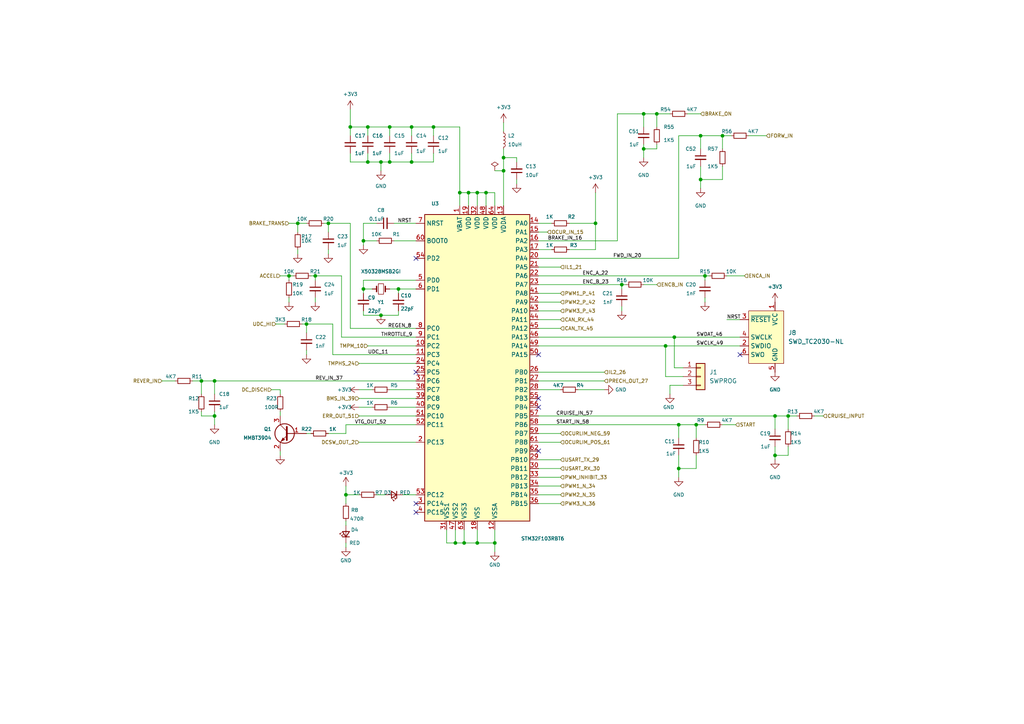
<source format=kicad_sch>
(kicad_sch (version 20250114) (generator "eeschema") (generator_version "9.0")
  (paper "A4")
  (lib_symbols
    (symbol "Connector:Conn_ARM_SWD_TagConnect_TC2030-NL" (in_bom no)
      (property "Reference" "J" (at 2.54 11.43 0))
      (property "Value" "Conn_ARM_SWD_TagConnect_TC2030-NL" (at 2.54 8.89 0))
      (symbol "Conn_ARM_SWD_TagConnect_TC2030-NL_0_0"
        (pin power_in line (at -2.54 10.16 270) (length 2.54) (name "VCC") (number "1"))
        (pin power_in line (at -2.54 -10.16 90) (length 2.54) (name "GND") (number "5"))
        (pin open_collector line (at 7.62 5.08 180) (length 2.54) (name "~{RESET}") (number "3"))
        (pin output line (at 7.62 0 180) (length 2.54) (name "SWCLK") (number "4"))
        (pin bidirectional line (at 7.62 -2.54 180) (length 2.54) (name "SWDIO") (number "2"))
        (pin input line (at 7.62 -5.08 180) (length 2.54) (name "SWO") (number "6"))
      )
      (symbol "Conn_ARM_SWD_TagConnect_TC2030-NL_0_1"
        (rectangle (start -5.08 7.62) (end 5.08 -7.62) (fill (type background)))
      )
    )
    (symbol "Connector_Generic:Conn_01x03" (pin_names (offset 1.016) (hide yes))
      (property "Reference" "J" (at 0 5.08 0))
      (property "Value" "Conn_01x03" (at 0 -5.08 0))
      (symbol "Conn_01x03_1_1"
        (rectangle (start -1.27 3.81) (end 1.27 -3.81) (stroke (width 0.254)) (fill (type background)))
        (rectangle (start -1.27 2.667) (end 0 2.413) (stroke (width 0.1524)))
        (rectangle (start -1.27 0.127) (end 0 -0.127) (stroke (width 0.1524)))
        (rectangle (start -1.27 -2.413) (end 0 -2.667) (stroke (width 0.1524)))
        (pin passive line (at -5.08 2.54 0) (length 3.81) (name "Pin_1") (number "1"))
        (pin passive line (at -5.08 0 0) (length 3.81) (name "Pin_2") (number "2"))
        (pin passive line (at -5.08 -2.54 0) (length 3.81) (name "Pin_3") (number "3"))
      )
    )
    (symbol "Device:C_Small" (pin_numbers (hide yes)) (pin_names (offset 0.254) (hide yes))
      (property "Reference" "C" (at 0.254 1.778 0))
      (property "Value" "C_Small" (at 0.254 -2.032 0))
      (symbol "C_Small_0_1"
        (polyline (pts (xy -1.524 0.508) (xy 1.524 0.508)) (stroke (width 0.3048)))
        (polyline (pts (xy -1.524 -0.508) (xy 1.524 -0.508)) (stroke (width 0.3302)))
      )
      (symbol "C_Small_1_1"
        (pin passive line (at 0 2.54 270) (length 2.032) (name "~") (number "1"))
        (pin passive line (at 0 -2.54 90) (length 2.032) (name "~") (number "2"))
      )
    )
    (symbol "Device:Crystal_Small" (pin_numbers (hide yes)) (pin_names (offset 1.016) (hide yes))
      (property "Reference" "Y" (at 0 2.54 0))
      (property "Value" "Crystal_Small" (at 0 -2.54 0))
      (symbol "Crystal_Small_0_1"
        (polyline (pts (xy -1.27 -0.762) (xy -1.27 0.762)) (stroke (width 0.381)))
        (rectangle (start -0.762 -1.524) (end 0.762 1.524))
        (polyline (pts (xy 1.27 -0.762) (xy 1.27 0.762)) (stroke (width 0.381)))
      )
      (symbol "Crystal_Small_1_1"
        (pin passive line (at -2.54 0 0) (length 1.27) (name "1") (number "1"))
        (pin passive line (at 2.54 0 180) (length 1.27) (name "2") (number "2"))
      )
    )
    (symbol "Device:LED_Small" (pin_numbers (hide yes)) (pin_names (offset 0.254) (hide yes))
      (property "Reference" "D" (at -1.27 3.175 0))
      (property "Value" "LED_Small" (at -4.445 -2.54 0))
      (symbol "LED_Small_0_1"
        (polyline (pts (xy -0.762 -1.016) (xy -0.762 1.016)) (stroke (width 0.254)))
        (polyline (pts (xy 0 0.762) (xy -0.508 1.27) (xy -0.254 1.27) (xy -0.508 1.27) (xy -0.508 1.016)))
        (polyline (pts (xy 0.508 1.27) (xy 0 1.778) (xy 0.254 1.778) (xy 0 1.778) (xy 0 1.524)))
        (polyline (pts (xy 0.762 -1.016) (xy -0.762 0) (xy 0.762 1.016) (xy 0.762 -1.016)) (stroke (width 0.254)))
        (polyline (pts (xy 1.016 0) (xy -0.762 0)))
      )
      (symbol "LED_Small_1_1"
        (pin passive line (at -2.54 0 0) (length 1.778) (name "K") (number "1"))
        (pin passive line (at 2.54 0 180) (length 1.778) (name "A") (number "2"))
      )
    )
    (symbol "Device:L_Small" (pin_numbers (hide yes)) (pin_names (offset 0.254) (hide yes))
      (property "Reference" "L" (at 0.762 1.016 0))
      (property "Value" "L_Small" (at 0.762 -1.016 0))
      (symbol "L_Small_0_1"
        (arc (start 0 2.032) (mid 0.5058 1.524) (end 0 1.016))
        (arc (start 0 1.016) (mid 0.5058 0.508) (end 0 0))
        (arc (start 0 0) (mid 0.5058 -0.508) (end 0 -1.016))
        (arc (start 0 -1.016) (mid 0.5058 -1.524) (end 0 -2.032))
      )
      (symbol "L_Small_1_1"
        (pin passive line (at 0 2.54 270) (length 0.508) (name "~") (number "1"))
        (pin passive line (at 0 -2.54 90) (length 0.508) (name "~") (number "2"))
      )
    )
    (symbol "Device:R_Small" (pin_numbers (hide yes)) (pin_names (offset 0.254) (hide yes))
      (property "Reference" "R" (at 0.762 0.508 0))
      (property "Value" "R_Small" (at 0.762 -1.016 0))
      (symbol "R_Small_0_1"
        (rectangle (start -0.762 1.778) (end 0.762 -1.778) (stroke (width 0.2032)))
      )
      (symbol "R_Small_1_1"
        (pin passive line (at 0 2.54 270) (length 0.762) (name "~") (number "1"))
        (pin passive line (at 0 -2.54 90) (length 0.762) (name "~") (number "2"))
      )
    )
    (symbol "MCU_ST_STM32F1:STM32F103RBTx"
      (property "Reference" "U3" (at -13.335 48.895 0))
      (property "Value" "STM32F103RBT6" (at 12.7 -48.26 0))
      (symbol "STM32F103RBTx_0_1"
        (rectangle (start -15.24 -43.18) (end 15.24 45.72) (stroke (width 0.254)) (fill (type background)))
      )
      (symbol "STM32F103RBTx_1_1"
        (pin input line (at -17.78 43.18 0) (length 2.54) (name "NRST") (number "7"))
        (pin input line (at -17.78 38.1 0) (length 2.54) (name "BOOT0") (number "60"))
        (pin bidirectional line (at -17.78 33.02 0) (length 2.54) (name "PD2") (number "54"))
        (pin bidirectional line (at -17.78 26.67 0) (length 2.54) (name "PD0") (number "5"))
        (pin bidirectional line (at -17.78 24.13 0) (length 2.54) (name "PD1") (number "6"))
        (pin bidirectional line (at -17.78 12.7 0) (length 2.54) (name "PC0") (number "8"))
        (pin bidirectional line (at -17.78 10.16 0) (length 2.54) (name "PC1") (number "9"))
        (pin bidirectional line (at -17.78 7.62 0) (length 2.54) (name "PC2") (number "10"))
        (pin bidirectional line (at -17.78 5.08 0) (length 2.54) (name "PC3") (number "11"))
        (pin bidirectional line (at -17.78 2.54 0) (length 2.54) (name "PC4") (number "24"))
        (pin bidirectional line (at -17.78 0 0) (length 2.54) (name "PC5") (number "25"))
        (pin bidirectional line (at -17.78 -2.54 0) (length 2.54) (name "PC6") (number "37"))
        (pin bidirectional line (at -17.78 -5.08 0) (length 2.54) (name "PC7") (number "38"))
        (pin bidirectional line (at -17.78 -7.62 0) (length 2.54) (name "PC8") (number "39"))
        (pin bidirectional line (at -17.78 -10.16 0) (length 2.54) (name "PC9") (number "40"))
        (pin bidirectional line (at -17.78 -12.7 0) (length 2.54) (name "PC10") (number "51"))
        (pin bidirectional line (at -17.78 -15.24 0) (length 2.54) (name "PC11") (number "52"))
        (pin bidirectional line (at -17.78 -20.32 0) (length 2.54) (name "PC13") (number "2"))
        (pin bidirectional line (at -17.78 -35.56 0) (length 2.54) (name "PC12") (number "53"))
        (pin bidirectional line (at -17.78 -38.1 0) (length 2.54) (name "PC14") (number "3"))
        (pin bidirectional line (at -17.78 -40.64 0) (length 2.54) (name "PC15") (number "4"))
        (pin passive line (at -8.89 -45.72 90) (length 2.54) (name "VSS1") (number "31"))
        (pin passive line (at -6.35 -45.72 90) (length 2.54) (name "VSS2") (number "47"))
        (pin power_in line (at -5.08 48.26 270) (length 2.54) (name "VBAT") (number "1"))
        (pin passive line (at -3.81 -45.72 90) (length 2.54) (name "VSS3") (number "63"))
        (pin power_in line (at -2.54 48.26 270) (length 2.54) (name "VDD") (number "19"))
        (pin power_in line (at 0 48.26 270) (length 2.54) (name "VDD") (number "32"))
        (pin passive line (at 0 -45.72 90) (length 2.54) (name "VSS") (number "18"))
        (pin passive line (at 0 -45.72 90) (length 2.54) (hide yes) (name "VSS") (number "31"))
        (pin passive line (at 0 -45.72 90) (length 2.54) (hide yes) (name "VSS") (number "47"))
        (pin passive line (at 0 -45.72 90) (length 2.54) (hide yes) (name "VSS") (number "63"))
        (pin power_in line (at 2.54 48.26 270) (length 2.54) (name "VDD") (number "48"))
        (pin power_in line (at 5.08 48.26 270) (length 2.54) (name "VDD") (number "64"))
        (pin passive line (at 5.08 -45.72 90) (length 2.54) (name "VSSA") (number "12"))
        (pin power_in line (at 7.62 48.26 270) (length 2.54) (name "VDDA") (number "13"))
        (pin bidirectional line (at 17.78 43.18 180) (length 2.54) (name "PA0") (number "14"))
        (pin bidirectional line (at 17.78 40.64 180) (length 2.54) (name "PA1") (number "15"))
        (pin bidirectional line (at 17.78 38.1 180) (length 2.54) (name "PA2") (number "16"))
        (pin bidirectional line (at 17.78 35.56 180) (length 2.54) (name "PA3") (number "17"))
        (pin bidirectional line (at 17.78 33.02 180) (length 2.54) (name "PA4") (number "20"))
        (pin bidirectional line (at 17.78 30.48 180) (length 2.54) (name "PA5") (number "21"))
        (pin bidirectional line (at 17.78 27.94 180) (length 2.54) (name "PA6") (number "22"))
        (pin bidirectional line (at 17.78 25.4 180) (length 2.54) (name "PA7") (number "23"))
        (pin bidirectional line (at 17.78 22.86 180) (length 2.54) (name "PA8") (number "41"))
        (pin bidirectional line (at 17.78 20.32 180) (length 2.54) (name "PA9") (number "42"))
        (pin bidirectional line (at 17.78 17.78 180) (length 2.54) (name "PA10") (number "43"))
        (pin bidirectional line (at 17.78 15.24 180) (length 2.54) (name "PA11") (number "44"))
        (pin bidirectional line (at 17.78 12.7 180) (length 2.54) (name "PA12") (number "45"))
        (pin bidirectional line (at 17.78 10.16 180) (length 2.54) (name "PA13") (number "46"))
        (pin bidirectional line (at 17.78 7.62 180) (length 2.54) (name "PA14") (number "49"))
        (pin bidirectional line (at 17.78 5.08 180) (length 2.54) (name "PA15") (number "50"))
        (pin bidirectional line (at 17.78 0 180) (length 2.54) (name "PB0") (number "26"))
        (pin bidirectional line (at 17.78 -2.54 180) (length 2.54) (name "PB1") (number "27"))
        (pin bidirectional line (at 17.78 -5.08 180) (length 2.54) (name "PB2") (number "28"))
        (pin bidirectional line (at 17.78 -7.62 180) (length 2.54) (name "PB3") (number "55"))
        (pin bidirectional line (at 17.78 -10.16 180) (length 2.54) (name "PB4") (number "56"))
        (pin bidirectional line (at 17.78 -12.7 180) (length 2.54) (name "PB5") (number "57"))
        (pin bidirectional line (at 17.78 -15.24 180) (length 2.54) (name "PB6") (number "58"))
        (pin bidirectional line (at 17.78 -17.78 180) (length 2.54) (name "PB7") (number "59"))
        (pin bidirectional line (at 17.78 -20.32 180) (length 2.54) (name "PB8") (number "61"))
        (pin bidirectional line (at 17.78 -22.86 180) (length 2.54) (name "PB9") (number "62"))
        (pin bidirectional line (at 17.78 -25.4 180) (length 2.54) (name "PB10") (number "29"))
        (pin bidirectional line (at 17.78 -27.94 180) (length 2.54) (name "PB11") (number "30"))
        (pin bidirectional line (at 17.78 -30.48 180) (length 2.54) (name "PB12") (number "33"))
        (pin bidirectional line (at 17.78 -33.02 180) (length 2.54) (name "PB13") (number "34"))
        (pin bidirectional line (at 17.78 -35.56 180) (length 2.54) (name "PB14") (number "35"))
        (pin bidirectional line (at 17.78 -38.1 180) (length 2.54) (name "PB15") (number "36"))
      )
    )
    (symbol "Transistor_BJT:MMBT3904" (pin_names (offset 0) (hide yes))
      (property "Reference" "Q" (at 5.08 1.905 0))
      (property "Value" "MMBT3904" (at 5.08 0 0))
      (symbol "MMBT3904_0_1"
        (polyline (pts (xy 0.635 1.905) (xy 0.635 -1.905) (xy 0.635 -1.905)) (stroke (width 0.508)))
        (polyline (pts (xy 0.635 0.635) (xy 2.54 2.54)))
        (polyline (pts (xy 0.635 -0.635) (xy 2.54 -2.54) (xy 2.54 -2.54)))
        (circle (center 1.27 0) (radius 2.8194) (stroke (width 0.254)))
        (polyline (pts (xy 1.27 -1.778) (xy 1.778 -1.27) (xy 2.286 -2.286) (xy 1.27 -1.778) (xy 1.27 -1.778)) (fill (type outline)))
      )
      (symbol "MMBT3904_1_1"
        (pin input line (at -5.08 0 0) (length 5.715) (name "B") (number "1"))
        (pin passive line (at 2.54 5.08 270) (length 2.54) (name "C") (number "3"))
        (pin passive line (at 2.54 -5.08 90) (length 2.54) (name "E") (number "2"))
      )
    )
    (symbol "power:+3V3" (power) (pin_names (offset 0))
      (property "Value" "+3V3" (at 0 3.556 0))
      (symbol "+3V3_0_1"
        (polyline (pts (xy -0.762 1.27) (xy 0 2.54)))
        (polyline (pts (xy 0 2.54) (xy 0.762 1.27)))
        (polyline (pts (xy 0 0) (xy 0 2.54)))
      )
      (symbol "+3V3_1_1"
        (pin power_in line (at 0 0 90) (length 0) (hide yes) (name "+3V3") (number "1"))
      )
    )
    (symbol "power:GND" (power) (pin_names (offset 0))
      (property "Value" "GND" (at 0 -3.81 0))
      (symbol "GND_0_1"
        (polyline (pts (xy 0 0) (xy 0 -1.27) (xy 1.27 -1.27) (xy 0 -2.54) (xy -1.27 -1.27) (xy 0 -1.27)))
      )
      (symbol "GND_1_1"
        (pin power_in line (at 0 0 270) (length 0) (hide yes) (name "GND") (number "1"))
      )
    )
    (symbol "power:PWR_FLAG" (power) (pin_numbers (hide yes)) (pin_names (offset 0) (hide yes))
      (property "Value" "PWR_FLAG" (at 0 3.81 0))
      (symbol "PWR_FLAG_0_0"
        (pin power_out line (at 0 0 90) (length 0) (name "~") (number "1"))
      )
      (symbol "PWR_FLAG_0_1"
        (polyline (pts (xy 0 0) (xy 0 1.27) (xy -1.016 1.905) (xy 0 2.54) (xy 1.016 1.905) (xy 0 1.27)))
      )
    )
  )
  (junction (at 110.49 91.44))
  (junction (at 58.42 110.49))
  (junction (at 209.55 39.37))
  (junction (at 172.72 64.77))
  (junction (at 83.82 80.01))
  (junction (at 134.62 157.48))
  (junction (at 106.68 46.99))
  (junction (at 88.9 93.98))
  (junction (at 133.35 55.88))
  (junction (at 113.03 46.99))
  (junction (at 105.41 83.82))
  (junction (at 125.73 36.83))
  (junction (at 186.69 33.02))
  (junction (at 119.38 46.99))
  (junction (at 138.43 157.48))
  (junction (at 100.33 143.51))
  (junction (at 146.05 45.72))
  (junction (at 62.23 110.49))
  (junction (at 115.57 83.82))
  (junction (at 106.68 36.83))
  (junction (at 146.05 49.53))
  (junction (at 224.79 120.65))
  (junction (at 224.79 132.08))
  (junction (at 195.58 97.79))
  (junction (at 143.51 157.48))
  (junction (at 203.2 52.07))
  (junction (at 201.93 123.19))
  (junction (at 113.03 36.83))
  (junction (at 105.41 69.85))
  (junction (at 132.08 157.48))
  (junction (at 196.85 135.89))
  (junction (at 193.04 100.33))
  (junction (at 138.43 55.88))
  (junction (at 204.47 80.01))
  (junction (at 119.38 36.83))
  (junction (at 135.89 55.88))
  (junction (at 196.85 123.19))
  (junction (at 91.44 80.01))
  (junction (at 101.6 36.83))
  (junction (at 62.23 120.65))
  (junction (at 186.69 43.18))
  (junction (at 86.36 64.77))
  (junction (at 95.25 64.77))
  (junction (at 203.2 39.37))
  (junction (at 110.49 46.99))
  (junction (at 180.34 82.55))
  (junction (at 228.6 120.65))
  (junction (at 190.5 33.02))
  (junction (at 140.97 55.88))
  (no_connect (at 214.63 102.87))
  (no_connect (at 120.65 74.93))
  (no_connect (at 120.65 107.95))
  (no_connect (at 156.21 118.11))
  (no_connect (at 156.21 130.81))
  (no_connect (at 156.21 115.57))
  (no_connect (at 120.65 148.59))
  (no_connect (at 120.65 146.05))
  (no_connect (at 156.21 102.87))
  (wire (pts (xy 156.21 128.27) (xy 162.56 128.27)))
  (wire (pts (xy 120.65 128.27) (xy 104.14 128.27)))
  (wire (pts (xy 222.25 39.37) (xy 217.17 39.37)))
  (wire (pts (xy 195.58 97.79) (xy 214.63 97.79)))
  (wire (pts (xy 196.85 135.89) (xy 196.85 138.43)))
  (wire (pts (xy 179.07 69.85) (xy 179.07 33.02)))
  (wire (pts (xy 156.21 72.39) (xy 160.02 72.39)))
  (wire (pts (xy 101.6 31.75) (xy 101.6 36.83)))
  (wire (pts (xy 138.43 157.48) (xy 143.51 157.48)))
  (wire (pts (xy 105.41 83.82) (xy 105.41 85.09)))
  (wire (pts (xy 135.89 55.88) (xy 135.89 59.69)))
  (wire (pts (xy 133.35 55.88) (xy 133.35 59.69)))
  (wire (pts (xy 120.65 120.65) (xy 104.14 120.65)))
  (wire (pts (xy 156.21 90.17) (xy 162.56 90.17)))
  (wire (pts (xy 215.9 80.01) (xy 210.82 80.01)))
  (wire (pts (xy 186.69 43.18) (xy 186.69 45.72)))
  (wire (pts (xy 135.89 55.88) (xy 138.43 55.88)))
  (wire (pts (xy 120.65 102.87) (xy 96.52 102.87)))
  (wire (pts (xy 156.21 69.85) (xy 179.07 69.85)))
  (wire (pts (xy 86.36 72.39) (xy 86.36 73.66)))
  (wire (pts (xy 105.41 69.85) (xy 109.22 69.85)))
  (wire (pts (xy 140.97 55.88) (xy 140.97 59.69)))
  (wire (pts (xy 58.42 110.49) (xy 58.42 114.3)))
  (wire (pts (xy 115.57 83.82) (xy 120.65 83.82)))
  (wire (pts (xy 172.72 64.77) (xy 172.72 55.88)))
  (wire (pts (xy 125.73 36.83) (xy 125.73 39.37)))
  (wire (pts (xy 99.06 97.79) (xy 120.65 97.79)))
  (wire (pts (xy 120.65 81.28) (xy 105.41 81.28)))
  (wire (pts (xy 106.68 36.83) (xy 113.03 36.83)))
  (wire (pts (xy 107.95 83.82) (xy 105.41 83.82)))
  (wire (pts (xy 156.21 82.55) (xy 180.34 82.55)))
  (wire (pts (xy 133.35 55.88) (xy 135.89 55.88)))
  (wire (pts (xy 146.05 49.53) (xy 146.05 59.69)))
  (wire (pts (xy 106.68 46.99) (xy 110.49 46.99)))
  (wire (pts (xy 143.51 59.69) (xy 143.51 55.88)))
  (wire (pts (xy 203.2 33.02) (xy 199.39 33.02)))
  (wire (pts (xy 198.12 109.22) (xy 193.04 109.22)))
  (wire (pts (xy 146.05 45.72) (xy 146.05 49.53)))
  (wire (pts (xy 88.9 101.6) (xy 88.9 102.87)))
  (wire (pts (xy 129.54 157.48) (xy 132.08 157.48)))
  (wire (pts (xy 101.6 44.45) (xy 101.6 46.99)))
  (wire (pts (xy 156.21 138.43) (xy 162.56 138.43)))
  (wire (pts (xy 201.93 123.19) (xy 196.85 123.19)))
  (wire (pts (xy 190.5 33.02) (xy 194.31 33.02)))
  (wire (pts (xy 90.17 80.01) (xy 91.44 80.01)))
  (wire (pts (xy 203.2 39.37) (xy 203.2 43.18)))
  (wire (pts (xy 212.09 39.37) (xy 209.55 39.37)))
  (wire (pts (xy 113.03 36.83) (xy 119.38 36.83)))
  (wire (pts (xy 156.21 100.33) (xy 193.04 100.33)))
  (wire (pts (xy 224.79 120.65) (xy 224.79 124.46)))
  (wire (pts (xy 140.97 55.88) (xy 143.51 55.88)))
  (wire (pts (xy 204.47 86.36) (xy 204.47 87.63)))
  (wire (pts (xy 209.55 39.37) (xy 203.2 39.37)))
  (wire (pts (xy 204.47 123.19) (xy 201.93 123.19)))
  (wire (pts (xy 146.05 43.18) (xy 146.05 45.72)))
  (wire (pts (xy 105.41 81.28) (xy 105.41 83.82)))
  (wire (pts (xy 95.25 64.77) (xy 101.6 64.77)))
  (wire (pts (xy 100.33 143.51) (xy 104.14 143.51)))
  (wire (pts (xy 146.05 35.56) (xy 146.05 38.1)))
  (wire (pts (xy 186.69 33.02) (xy 186.69 36.83)))
  (wire (pts (xy 115.57 83.82) (xy 115.57 85.09)))
  (wire (pts (xy 205.74 80.01) (xy 204.47 80.01)))
  (wire (pts (xy 143.51 49.53) (xy 146.05 49.53)))
  (wire (pts (xy 138.43 153.67) (xy 138.43 157.48)))
  (wire (pts (xy 190.5 41.91) (xy 190.5 43.18)))
  (wire (pts (xy 100.33 123.19) (xy 120.65 123.19)))
  (wire (pts (xy 58.42 119.38) (xy 58.42 120.65)))
  (wire (pts (xy 62.23 120.65) (xy 62.23 119.38)))
  (wire (pts (xy 228.6 129.54) (xy 228.6 132.08)))
  (wire (pts (xy 81.28 130.81) (xy 81.28 132.08)))
  (wire (pts (xy 120.65 100.33) (xy 106.68 100.33)))
  (wire (pts (xy 213.36 123.19) (xy 209.55 123.19)))
  (wire (pts (xy 180.34 82.55) (xy 180.34 83.82)))
  (wire (pts (xy 119.38 44.45) (xy 119.38 46.99)))
  (wire (pts (xy 120.65 115.57) (xy 104.14 115.57)))
  (wire (pts (xy 179.07 33.02) (xy 186.69 33.02)))
  (wire (pts (xy 156.21 64.77) (xy 160.02 64.77)))
  (wire (pts (xy 62.23 120.65) (xy 62.23 123.19)))
  (wire (pts (xy 105.41 69.85) (xy 105.41 71.12)))
  (wire (pts (xy 91.44 80.01) (xy 99.06 80.01)))
  (wire (pts (xy 156.21 95.25) (xy 162.56 95.25)))
  (wire (pts (xy 113.03 83.82) (xy 115.57 83.82)))
  (wire (pts (xy 115.57 91.44) (xy 110.49 91.44)))
  (wire (pts (xy 156.21 133.35) (xy 162.56 133.35)))
  (wire (pts (xy 101.6 95.25) (xy 101.6 64.77)))
  (wire (pts (xy 165.1 64.77) (xy 172.72 64.77)))
  (wire (pts (xy 228.6 120.65) (xy 224.79 120.65)))
  (wire (pts (xy 110.49 46.99) (xy 110.49 49.53)))
  (wire (pts (xy 190.5 43.18) (xy 186.69 43.18)))
  (wire (pts (xy 196.85 39.37) (xy 203.2 39.37)))
  (wire (pts (xy 167.64 113.03) (xy 175.26 113.03)))
  (wire (pts (xy 196.85 123.19) (xy 196.85 127)))
  (wire (pts (xy 81.28 113.03) (xy 78.74 113.03)))
  (wire (pts (xy 58.42 110.49) (xy 62.23 110.49)))
  (wire (pts (xy 105.41 64.77) (xy 109.22 64.77)))
  (wire (pts (xy 180.34 88.9) (xy 180.34 90.17)))
  (wire (pts (xy 201.93 135.89) (xy 196.85 135.89)))
  (wire (pts (xy 196.85 74.93) (xy 196.85 39.37)))
  (wire (pts (xy 96.52 102.87) (xy 96.52 93.98)))
  (wire (pts (xy 149.86 45.72) (xy 146.05 45.72)))
  (wire (pts (xy 100.33 158.75) (xy 100.33 157.48)))
  (wire (pts (xy 156.21 74.93) (xy 196.85 74.93)))
  (wire (pts (xy 86.36 64.77) (xy 86.36 67.31)))
  (wire (pts (xy 143.51 157.48) (xy 143.51 160.02)))
  (wire (pts (xy 156.21 97.79) (xy 195.58 97.79)))
  (wire (pts (xy 194.31 111.76) (xy 198.12 111.76)))
  (wire (pts (xy 193.04 100.33) (xy 214.63 100.33)))
  (wire (pts (xy 138.43 55.88) (xy 140.97 55.88)))
  (wire (pts (xy 149.86 46.99) (xy 149.86 45.72)))
  (wire (pts (xy 100.33 140.97) (xy 100.33 143.51)))
  (wire (pts (xy 190.5 33.02) (xy 190.5 36.83)))
  (wire (pts (xy 110.49 91.44) (xy 105.41 91.44)))
  (wire (pts (xy 203.2 52.07) (xy 203.2 54.61)))
  (wire (pts (xy 201.93 132.08) (xy 201.93 135.89)))
  (wire (pts (xy 87.63 93.98) (xy 88.9 93.98)))
  (wire (pts (xy 190.5 33.02) (xy 186.69 33.02)))
  (wire (pts (xy 129.54 153.67) (xy 129.54 157.48)))
  (wire (pts (xy 62.23 110.49) (xy 120.65 110.49)))
  (wire (pts (xy 119.38 36.83) (xy 125.73 36.83)))
  (wire (pts (xy 198.12 106.68) (xy 195.58 106.68)))
  (wire (pts (xy 196.85 135.89) (xy 196.85 132.08)))
  (wire (pts (xy 110.49 46.99) (xy 113.03 46.99)))
  (wire (pts (xy 203.2 52.07) (xy 203.2 48.26)))
  (wire (pts (xy 114.3 64.77) (xy 120.65 64.77)))
  (wire (pts (xy 119.38 46.99) (xy 125.73 46.99)))
  (wire (pts (xy 156.21 77.47) (xy 162.56 77.47)))
  (wire (pts (xy 105.41 91.44) (xy 105.41 90.17)))
  (wire (pts (xy 134.62 153.67) (xy 134.62 157.48)))
  (wire (pts (xy 100.33 125.73) (xy 100.33 123.19)))
  (wire (pts (xy 104.14 118.11) (xy 107.95 118.11)))
  (wire (pts (xy 138.43 55.88) (xy 138.43 59.69)))
  (wire (pts (xy 88.9 93.98) (xy 88.9 96.52)))
  (wire (pts (xy 88.9 93.98) (xy 96.52 93.98)))
  (wire (pts (xy 104.14 113.03) (xy 107.95 113.03)))
  (wire (pts (xy 95.25 72.39) (xy 95.25 73.66)))
  (wire (pts (xy 201.93 123.19) (xy 201.93 127)))
  (wire (pts (xy 83.82 80.01) (xy 85.09 80.01)))
  (wire (pts (xy 186.69 43.18) (xy 186.69 41.91)))
  (wire (pts (xy 156.21 92.71) (xy 162.56 92.71)))
  (wire (pts (xy 101.6 95.25) (xy 120.65 95.25)))
  (wire (pts (xy 106.68 36.83) (xy 106.68 39.37)))
  (wire (pts (xy 115.57 90.17) (xy 115.57 91.44)))
  (wire (pts (xy 62.23 110.49) (xy 62.23 114.3)))
  (wire (pts (xy 156.21 67.31) (xy 158.75 67.31)))
  (wire (pts (xy 114.3 69.85) (xy 120.65 69.85)))
  (wire (pts (xy 58.42 120.65) (xy 62.23 120.65)))
  (wire (pts (xy 101.6 46.99) (xy 106.68 46.99)))
  (wire (pts (xy 100.33 146.05) (xy 100.33 143.51)))
  (wire (pts (xy 156.21 87.63) (xy 162.56 87.63)))
  (wire (pts (xy 156.21 120.65) (xy 224.79 120.65)))
  (wire (pts (xy 190.5 82.55) (xy 186.69 82.55)))
  (wire (pts (xy 106.68 36.83) (xy 101.6 36.83)))
  (wire (pts (xy 113.03 44.45) (xy 113.03 46.99)))
  (wire (pts (xy 81.28 80.01) (xy 83.82 80.01)))
  (wire (pts (xy 193.04 109.22) (xy 193.04 100.33)))
  (wire (pts (xy 113.03 118.11) (xy 120.65 118.11)))
  (wire (pts (xy 95.25 64.77) (xy 95.25 67.31)))
  (wire (pts (xy 204.47 80.01) (xy 204.47 81.28)))
  (wire (pts (xy 156.21 125.73) (xy 162.56 125.73)))
  (wire (pts (xy 83.82 80.01) (xy 83.82 81.28)))
  (wire (pts (xy 209.55 52.07) (xy 203.2 52.07)))
  (wire (pts (xy 228.6 120.65) (xy 228.6 124.46)))
  (wire (pts (xy 143.51 153.67) (xy 143.51 157.48)))
  (wire (pts (xy 101.6 36.83) (xy 101.6 39.37)))
  (wire (pts (xy 93.98 64.77) (xy 95.25 64.77)))
  (wire (pts (xy 119.38 36.83) (xy 119.38 39.37)))
  (wire (pts (xy 120.65 105.41) (xy 104.14 105.41)))
  (wire (pts (xy 116.84 143.51) (xy 120.65 143.51)))
  (wire (pts (xy 149.86 53.34) (xy 149.86 52.07)))
  (wire (pts (xy 238.76 120.65) (xy 236.22 120.65)))
  (wire (pts (xy 156.21 123.19) (xy 196.85 123.19)))
  (wire (pts (xy 156.21 135.89) (xy 162.56 135.89)))
  (wire (pts (xy 113.03 36.83) (xy 113.03 39.37)))
  (wire (pts (xy 133.35 36.83) (xy 133.35 55.88)))
  (wire (pts (xy 210.82 92.71) (xy 214.63 92.71)))
  (wire (pts (xy 156.21 107.95) (xy 175.26 107.95)))
  (wire (pts (xy 156.21 80.01) (xy 204.47 80.01)))
  (wire (pts (xy 81.28 113.03) (xy 81.28 114.3)))
  (wire (pts (xy 83.82 64.77) (xy 86.36 64.77)))
  (wire (pts (xy 132.08 157.48) (xy 134.62 157.48)))
  (wire (pts (xy 224.79 132.08) (xy 224.79 133.35)))
  (wire (pts (xy 134.62 157.48) (xy 138.43 157.48)))
  (wire (pts (xy 172.72 72.39) (xy 172.72 64.77)))
  (wire (pts (xy 91.44 80.01) (xy 91.44 81.28)))
  (wire (pts (xy 106.68 44.45) (xy 106.68 46.99)))
  (wire (pts (xy 156.21 146.05) (xy 162.56 146.05)))
  (wire (pts (xy 209.55 39.37) (xy 209.55 43.18)))
  (wire (pts (xy 91.44 86.36) (xy 91.44 87.63)))
  (wire (pts (xy 165.1 72.39) (xy 172.72 72.39)))
  (wire (pts (xy 113.03 113.03) (xy 120.65 113.03)))
  (wire (pts (xy 156.21 140.97) (xy 162.56 140.97)))
  (wire (pts (xy 194.31 111.76) (xy 194.31 114.3)))
  (wire (pts (xy 83.82 86.36) (xy 83.82 87.63)))
  (wire (pts (xy 80.01 93.98) (xy 82.55 93.98)))
  (wire (pts (xy 90.17 125.73) (xy 88.9 125.73)))
  (wire (pts (xy 231.14 120.65) (xy 228.6 120.65)))
  (wire (pts (xy 156.21 85.09) (xy 162.56 85.09)))
  (wire (pts (xy 86.36 64.77) (xy 88.9 64.77)))
  (wire (pts (xy 156.21 110.49) (xy 175.26 110.49)))
  (wire (pts (xy 105.41 64.77) (xy 105.41 69.85)))
  (wire (pts (xy 81.28 119.38) (xy 81.28 120.65)))
  (wire (pts (xy 156.21 143.51) (xy 162.56 143.51)))
  (wire (pts (xy 224.79 132.08) (xy 224.79 129.54)))
  (wire (pts (xy 195.58 106.68) (xy 195.58 97.79)))
  (wire (pts (xy 46.99 110.49) (xy 50.8 110.49)))
  (wire (pts (xy 100.33 152.4) (xy 100.33 151.13)))
  (wire (pts (xy 113.03 46.99) (xy 119.38 46.99)))
  (wire (pts (xy 109.22 143.51) (xy 111.76 143.51)))
  (wire (pts (xy 228.6 132.08) (xy 224.79 132.08)))
  (wire (pts (xy 99.06 97.79) (xy 99.06 80.01)))
  (wire (pts (xy 100.33 125.73) (xy 95.25 125.73)))
  (wire (pts (xy 132.08 153.67) (xy 132.08 157.48)))
  (wire (pts (xy 55.88 110.49) (xy 58.42 110.49)))
  (wire (pts (xy 125.73 36.83) (xy 133.35 36.83)))
  (wire (pts (xy 125.73 46.99) (xy 125.73 44.45)))
  (wire (pts (xy 209.55 48.26) (xy 209.55 52.07)))
  (wire (pts (xy 156.21 113.03) (xy 162.56 113.03)))
  (wire (pts (xy 181.61 82.55) (xy 180.34 82.55)))
  (label "START_IN_58" (at 161.29 123.19 0) (effects (font (size 1.016 1.016))))
  (label "BRAKE_IN_16" (at 168.91 69.85 180) (effects (font (size 1.016 1.016))))
  (label "ENC_B_23" (at 168.91 82.55 0) (effects (font (size 1.016 1.016))))
  (label "SWCLK_49" (at 201.93 100.33 0) (effects (font (size 1.016 1.016))))
  (label "REGEN_8" (at 119.38 95.25 180) (effects (font (size 1.016 1.016))))
  (label "FWD_IN_20" (at 177.8 74.93 0) (effects (font (size 1.016 1.016))))
  (label "NRST" (at 210.82 92.71 0) (effects (font (size 1.016 1.016))))
  (label "ENC_A_22" (at 168.91 80.01 0) (effects (font (size 1.016 1.016))))
  (label "SWDAT_46" (at 201.93 97.79 0) (effects (font (size 1.016 1.016))))
  (label "CRUISE_IN_57" (at 161.29 120.65 0) (effects (font (size 1.016 1.016))))
  (label "THROTTLE_9" (at 110.49 97.79 0) (effects (font (size 1.016 1.016))))
  (label "NRST" (at 119.38 64.77 180) (effects (font (size 1.016 1.016))))
  (label "VTG_OUT_52" (at 102.87 123.19 0) (effects (font (size 1.016 1.016))))
  (label "REV_IN_37" (at 91.44 110.49 0) (effects (font (size 1.016 1.016))))
  (label "UDC_11" (at 106.68 102.87 0) (effects (font (size 1.016 1.016))))
  (hierarchical_label "PWM3_N_36" (shape input) (at 162.56 146.05 0) (effects (font (size 1.016 1.016))))
  (hierarchical_label "PRECH_OUT_27" (shape input) (at 175.26 110.49 0) (effects (font (size 1.016 1.016))))
  (hierarchical_label "FORW_IN" (shape input) (at 222.25 39.37 0) (effects (font (size 1.016 1.016))))
  (hierarchical_label "ENCA_IN" (shape input) (at 215.9 80.01 0) (effects (font (size 1.016 1.016))))
  (hierarchical_label "PWM3_P_43" (shape input) (at 162.56 90.17 0) (effects (font (size 1.016 1.016))))
  (hierarchical_label "USART_RX_30" (shape input) (at 162.56 135.89 0) (effects (font (size 1.016 1.016))))
  (hierarchical_label "PWM2_P_42" (shape input) (at 162.56 87.63 0) (effects (font (size 1.016 1.016))))
  (hierarchical_label "PWM_INHIBIT_33" (shape input) (at 162.56 138.43 0) (effects (font (size 1.016 1.016))))
  (hierarchical_label "BRAKE_TRANS" (shape input) (at 83.82 64.77 180) (effects (font (size 1.016 1.016))))
  (hierarchical_label "TMPHS_24" (shape input) (at 104.14 105.41 180) (effects (font (size 1.016 1.016))))
  (hierarchical_label "DC_DISCH" (shape input) (at 78.74 113.03 180) (effects (font (size 1.016 1.016))))
  (hierarchical_label "UDC_HI" (shape input) (at 80.01 93.98 180) (effects (font (size 1.016 1.016))))
  (hierarchical_label "USART_TX_29" (shape input) (at 162.56 133.35 0) (effects (font (size 1.016 1.016))))
  (hierarchical_label "CAN_RX_44" (shape input) (at 162.56 92.71 0) (effects (font (size 1.016 1.016))))
  (hierarchical_label "PWM1_P_41" (shape input) (at 162.56 85.09 0) (effects (font (size 1.016 1.016))))
  (hierarchical_label "PWM2_N_35" (shape input) (at 162.56 143.51 0) (effects (font (size 1.016 1.016))))
  (hierarchical_label "CAN_TX_45" (shape input) (at 162.56 95.25 0) (effects (font (size 1.016 1.016))))
  (hierarchical_label "OCUR_IN_15" (shape input) (at 158.75 67.31 0) (effects (font (size 1.016 1.016))))
  (hierarchical_label "TMPM_10" (shape input) (at 106.68 100.33 180) (effects (font (size 1.016 1.016))))
  (hierarchical_label "PWM1_N_34" (shape input) (at 162.56 140.97 0) (effects (font (size 1.016 1.016))))
  (hierarchical_label "IL2_26" (shape input) (at 175.26 107.95 0) (effects (font (size 1.016 1.016))))
  (hierarchical_label "OCURLIM_POS_61" (shape input) (at 162.56 128.27 0) (effects (font (size 1.016 1.016))))
  (hierarchical_label "BMS_IN_39" (shape input) (at 104.14 115.57 180) (effects (font (size 1.016 1.016))))
  (hierarchical_label "ACCEL" (shape input) (at 81.28 80.01 180) (effects (font (size 1.016 1.016))))
  (hierarchical_label "REVER_IN" (shape input) (at 46.99 110.49 180) (effects (font (size 1.016 1.016))))
  (hierarchical_label "ENCB_IN" (shape input) (at 190.5 82.55 0) (effects (font (size 1.016 1.016))))
  (hierarchical_label "BRAKE_ON" (shape input) (at 203.2 33.02 0) (effects (font (size 1.016 1.016))))
  (hierarchical_label "DCSW_OUT_2" (shape input) (at 104.14 128.27 180) (effects (font (size 1.016 1.016))))
  (hierarchical_label "CRUISE_INPUT" (shape input) (at 238.76 120.65 0) (effects (font (size 1.016 1.016))))
  (hierarchical_label "IL1_21" (shape input) (at 162.56 77.47 0) (effects (font (size 1.016 1.016))))
  (hierarchical_label "ERR_OUT_51" (shape input) (at 104.14 120.65 180) (effects (font (size 1.016 1.016))))
  (hierarchical_label "START" (shape input) (at 213.36 123.19 0) (effects (font (size 1.016 1.016))))
  (hierarchical_label "OCURLIM_NEG_59" (shape input) (at 162.56 125.73 0) (effects (font (size 1.016 1.016))))
  (symbol (lib_id "Device:R_Small") (at 100.33 148.59 180) (unit 1)
    (property "Reference" "R8" (at 102.87 147.955 0) (effects (font (size 1.016 1.016))))
    (property "Value" "470R" (at 103.505 150.495 0) (effects (font (size 1.016 1.016))))
    (property "Footprint" "Resistor_SMD:R_0603_1608Metric" (effects (hide yes)))
  )
  (symbol (lib_id "Device:R_Small") (at 53.34 110.49 90) (unit 1)
    (property "Reference" "R11" (at 57.15 109.22 90) (effects (font (size 1.016 1.016))))
    (property "Value" "4K7" (at 49.53 109.22 90) (effects (font (size 1.016 1.016))))
    (property "Footprint" "Resistor_SMD:R_0603_1608Metric" (effects (hide yes)))
  )
  (symbol (lib_id "Device:C_Small") (at 224.79 127 0) (mirror y) (unit 1)
    (property "Reference" "C19" (at 223.52 125.73 0) (effects (font (size 1.016 1.016)) (justify left)))
    (property "Value" "1uF" (at 223.52 129.54 0) (effects (font (size 1.016 1.016)) (justify left)))
    (property "Footprint" "Capacitor_SMD:C_0603_1608Metric" (effects (hide yes)))
  )
  (symbol (lib_id "power:GND") (at 204.47 87.63 0) (mirror y) (unit 1)
    (property "Reference" "#PWR022" (effects (hide yes)))
    (property "Value" "GND" (effects (hide yes)))
  )
  (symbol (lib_id "power:GND") (at 194.31 114.3 0) (unit 1)
    (property "Reference" "#PWR016" (effects (hide yes)))
    (property "Value" "GND" (at 195.58 118.11 0) (effects (font (size 1.016 1.016)) (justify right)))
  )
  (symbol (lib_id "Device:C_Small") (at 106.68 41.91 180) (unit 1)
    (property "Reference" "C16" (at 107.95 39.37 0) (effects (font (size 1.016 1.016)) (justify right)))
    (property "Value" "1uF" (at 107.95 44.45 0) (effects (font (size 1.016 1.016)) (justify right)))
    (property "Footprint" "Capacitor_SMD:C_0603_1608Metric" (effects (hide yes)))
  )
  (symbol (lib_id "Transistor_BJT:MMBT3904") (at 83.82 125.73 0) (mirror y) (unit 1)
    (property "Reference" "Q1" (at 78.74 124.46 0) (effects (font (size 1.016 1.016)) (justify left)))
    (property "Value" "MMBT3904" (at 78.74 127 0) (effects (font (size 1.016 1.016)) (justify left)))
    (property "Footprint" "Package_TO_SOT_SMD:SOT-23" (effects (hide yes)))
    (property "Datasheet" "https://www.onsemi.com/pub/Collateral/2N3903-D.PDF" (effects (hide yes)))
  )
  (symbol (lib_id "power:GND") (at 149.86 53.34 0) (unit 1)
    (property "Reference" "#PWR09" (effects (hide yes)))
    (property "Value" "GND" (effects (hide yes)))
  )
  (symbol (lib_id "Device:C_Small") (at 149.86 49.53 180) (unit 1)
    (property "Reference" "C13" (at 152.4 48.2536 0) (effects (font (size 1.016 1.016)) (justify right)))
    (property "Value" "10uF" (at 152.4 50.7936 0) (effects (font (size 1.016 1.016)) (justify right)))
    (property "Footprint" "Capacitor_SMD:C_0603_1608Metric" (effects (hide yes)))
  )
  (symbol (lib_id "Device:R_Small") (at 162.56 72.39 90) (unit 1)
    (property "Reference" "R3" (at 166.37 71.12 90) (effects (font (size 1.016 1.016))))
    (property "Value" "1K" (at 159.385 71.12 90) (effects (font (size 1.016 1.016))))
    (property "Footprint" "Resistor_SMD:R_0603_1608Metric" (effects (hide yes)))
  )
  (symbol (lib_id "power:GND") (at 91.44 87.63 0) (unit 1)
    (property "Reference" "#PWR028" (effects (hide yes)))
    (property "Value" "GND" (effects (hide yes)))
  )
  (symbol (lib_id "Device:C_Small") (at 62.23 116.84 0) (unit 1)
    (property "Reference" "C18" (at 63.5 114.3 0) (effects (font (size 1.016 1.016)) (justify left)))
    (property "Value" "1uF" (at 63.5 118.11 0) (effects (font (size 1.016 1.016)) (justify left)))
    (property "Footprint" "Capacitor_SMD:C_0603_1608Metric" (effects (hide yes)))
  )
  (symbol (lib_id "Device:R_Small") (at 85.09 93.98 90) (unit 1)
    (property "Reference" "R18" (at 88.9 92.71 90) (effects (font (size 1.016 1.016))))
    (property "Value" "3K3" (at 81.28 92.71 90) (effects (font (size 1.016 1.016))))
    (property "Footprint" "Resistor_SMD:R_0603_1608Metric" (effects (hide yes)))
  )
  (symbol (lib_id "power:GND") (at 224.79 133.35 0) (mirror y) (unit 1)
    (property "Reference" "#PWR021" (effects (hide yes)))
    (property "Value" "GND" (at 224.79 138.43 0) (effects (font (size 1.016 1.016))))
  )
  (symbol (lib_id "Device:R_Small") (at 91.44 64.77 90) (unit 1)
    (property "Reference" "R20" (at 95.25 63.5 90) (effects (font (size 1.016 1.016))))
    (property "Value" "10K" (at 87.63 63.5 90) (effects (font (size 1.016 1.016))))
    (property "Footprint" "Resistor_SMD:R_0603_1608Metric" (effects (hide yes)))
  )
  (symbol (lib_id "Device:LED_Small") (at 100.33 154.94 90) (unit 1)
    (property "Reference" "D4" (at 102.87 153.67 90) (effects (font (size 1.016 1.016))))
    (property "Value" "RED" (at 102.87 157.48 90) (effects (font (size 1.016 1.016))))
    (property "Footprint" "LED_SMD:LED_0603_1608Metric" (effects (hide yes)))
    (property "Description" "Light emitting diode, small symbol" (effects (hide yes)))
  )
  (symbol (lib_id "Device:R_Small") (at 111.76 69.85 270) (unit 1)
    (property "Reference" "R1" (at 114.935 67.945 90) (effects (font (size 1.016 1.016))))
    (property "Value" "10K" (at 109.22 67.945 90) (effects (font (size 1.016 1.016))))
    (property "Footprint" "Resistor_SMD:R_0603_1608Metric" (effects (hide yes)))
  )
  (symbol (lib_id "power:GND") (at 224.79 107.95 0) (mirror y) (unit 1)
    (property "Reference" "#PWR0108" (effects (hide yes)))
    (property "Value" "GND" (at 224.79 113.03 0) (effects (font (size 1.016 1.016))))
  )
  (symbol (lib_id "power:GND") (at 196.85 138.43 0) (mirror y) (unit 1)
    (property "Reference" "#PWR017" (effects (hide yes)))
    (property "Value" "GND" (at 196.85 143.51 0) (effects (font (size 1.016 1.016))))
  )
  (symbol (lib_id "Device:L_Small") (at 146.05 40.64 0) (unit 1)
    (property "Reference" "L2" (at 147.32 39.37 0) (effects (font (size 1.016 1.016)) (justify left)))
    (property "Value" "10uH" (at 147.32 41.91 0) (effects (font (size 1.016 1.016)) (justify left)))
    (property "Footprint" "Inductor_SMD:L_0603_1608Metric" (effects (hide yes)))
  )
  (symbol (lib_id "power:GND") (at 186.69 45.72 0) (mirror y) (unit 1)
    (property "Reference" "#PWR058" (effects (hide yes)))
    (property "Value" "GND" (at 186.69 50.8 0) (effects (font (size 1.016 1.016))))
  )
  (symbol (lib_id "Device:R_Small") (at 214.63 39.37 270) (mirror x) (unit 1)
    (property "Reference" "R56" (at 210.82 38.1 90) (effects (font (size 1.016 1.016))))
    (property "Value" "4K7" (at 218.44 38.1 90) (effects (font (size 1.016 1.016))))
    (property "Footprint" "Resistor_SMD:R_0603_1608Metric" (effects (hide yes)))
  )
  (symbol (lib_id "power:GND") (at 88.9 102.87 0) (unit 1)
    (property "Reference" "#PWR026" (effects (hide yes)))
    (property "Value" "GND" (effects (hide yes)))
  )
  (symbol (lib_id "Device:C_Small") (at 119.38 41.91 180) (unit 1)
    (property "Reference" "C14" (at 120.65 39.37 0) (effects (font (size 1.016 1.016)) (justify right)))
    (property "Value" "1uF" (at 120.65 43.815 0) (effects (font (size 1.016 1.016)) (justify right)))
    (property "Footprint" "Capacitor_SMD:C_0603_1608Metric" (effects (hide yes)))
  )
  (symbol (lib_id "Device:R_Small") (at 196.85 33.02 270) (mirror x) (unit 1)
    (property "Reference" "R54" (at 193.04 31.75 90) (effects (font (size 1.016 1.016))))
    (property "Value" "4K7" (at 200.66 31.75 90) (effects (font (size 1.016 1.016))))
    (property "Footprint" "Resistor_SMD:R_0603_1608Metric" (effects (hide yes)))
  )
  (symbol (lib_id "power:+3V3") (at 224.79 87.63 0) (unit 1)
    (property "Reference" "#PWR0109" (effects (hide yes)))
    (property "Value" "+3V3" (at 224.79 83.185 0) (effects (font (size 1.016 1.016))))
  )
  (symbol (lib_id "Device:R_Small") (at 228.6 127 0) (mirror y) (unit 1)
    (property "Reference" "R14" (at 232.41 125.73 0) (effects (font (size 1.016 1.016)) (justify left)))
    (property "Value" "1K5" (at 232.41 128.27 0) (effects (font (size 1.016 1.016)) (justify left)))
    (property "Footprint" "Resistor_SMD:R_0603_1608Metric" (effects (hide yes)))
  )
  (symbol (lib_id "Device:C_Small") (at 105.41 87.63 180) (unit 1)
    (property "Reference" "C9" (at 106.68 86.36 0) (effects (font (size 1.016 1.016)) (justify right)))
    (property "Value" "22pF" (at 106.68 90.17 0) (effects (font (size 1.016 1.016)) (justify right)))
    (property "Footprint" "Capacitor_SMD:C_0603_1608Metric" (effects (hide yes)))
  )
  (symbol (lib_id "Device:R_Small") (at 83.82 83.82 180) (unit 1)
    (property "Reference" "R19" (at 86.36 82.55 0) (effects (font (size 1.016 1.016))))
    (property "Value" "10K" (at 86.36 85.09 0) (effects (font (size 1.016 1.016))))
    (property "Footprint" "Resistor_SMD:R_0603_1608Metric" (effects (hide yes)))
  )
  (symbol (lib_id "power:GND") (at 175.26 113.03 90) (unit 1)
    (property "Reference" "#PWR013" (effects (hide yes)))
    (property "Value" "GND" (at 178.435 113.03 90) (effects (font (size 1.016 1.016)) (justify right)))
  )
  (symbol (lib_id "Device:R_Small") (at 86.36 69.85 180) (unit 1)
    (property "Reference" "R17" (at 88.9 68.58 0) (effects (font (size 1.016 1.016))))
    (property "Value" "10K" (at 88.9 69.85 0) (effects (font (size 1.016 1.016))))
    (property "Footprint" "Resistor_SMD:R_0603_1608Metric" (effects (hide yes)))
  )
  (symbol (lib_id "power:GND") (at 100.33 158.75 0) (unit 1)
    (property "Reference" "#PWR015" (effects (hide yes)))
    (property "Value" "GND" (at 100.33 162.56 0) (effects (font (size 1.016 1.016))))
  )
  (symbol (lib_id "Device:C_Small") (at 95.25 69.85 0) (unit 1)
    (property "Reference" "C23" (at 97.79 68.5863 0) (effects (font (size 1.016 1.016)) (justify left)))
    (property "Value" "1uF" (at 97.79 71.1263 0) (effects (font (size 1.016 1.016)) (justify left)))
    (property "Footprint" "Capacitor_SMD:C_0603_1608Metric" (effects (hide yes)))
  )
  (symbol (lib_id "Device:R_Small") (at 201.93 129.54 0) (mirror y) (unit 1)
    (property "Reference" "R10" (at 205.74 128.27 0) (effects (font (size 1.016 1.016)) (justify left)))
    (property "Value" "1K5" (at 205.74 130.81 0) (effects (font (size 1.016 1.016)) (justify left)))
    (property "Footprint" "Resistor_SMD:R_0603_1608Metric" (effects (hide yes)))
  )
  (symbol (lib_id "Device:R_Small") (at 165.1 113.03 90) (unit 1)
    (property "Reference" "R4" (at 168.275 111.76 90) (effects (font (size 1.016 1.016))))
    (property "Value" "4K7" (at 161.925 111.76 90) (effects (font (size 1.016 1.016))))
    (property "Footprint" "Resistor_SMD:R_0603_1608Metric" (effects (hide yes)))
  )
  (symbol (lib_id "Device:R_Small") (at 162.56 64.77 90) (unit 1)
    (property "Reference" "R2" (at 165.735 62.865 90) (effects (font (size 1.016 1.016))))
    (property "Value" "1K" (at 159.385 62.865 90) (effects (font (size 1.016 1.016))))
    (property "Footprint" "Resistor_SMD:R_0603_1608Metric" (effects (hide yes)))
  )
  (symbol (lib_id "power:GND") (at 110.49 91.44 0) (unit 1)
    (property "Reference" "#PWR0112" (effects (hide yes)))
    (property "Value" "GND" (effects (hide yes)))
  )
  (symbol (lib_id "Device:C_Small") (at 204.47 83.82 0) (mirror y) (unit 1)
    (property "Reference" "C20" (at 201.93 82.5563 0) (effects (font (size 1.016 1.016)) (justify left)))
    (property "Value" "1nF" (at 201.93 85.0963 0) (effects (font (size 1.016 1.016)) (justify left)))
    (property "Footprint" "Capacitor_SMD:C_0603_1608Metric" (effects (hide yes)))
  )
  (symbol (lib_id "power:GND") (at 83.82 87.63 0) (unit 1)
    (property "Reference" "#PWR025" (effects (hide yes)))
    (property "Value" "GND" (effects (hide yes)))
  )
  (symbol (lib_id "MCU_ST_STM32F1:STM32F103RBTx") (at 138.43 107.95 0) (unit 1)
    (property "Reference" "U3" (at 125.095 59.055 0) (effects (font (size 1.016 1.016)) (justify left)))
    (property "Value" "STM32F103RBT6" (at 151.13 156.21 0) (effects (font (size 1.016 1.016)) (justify left)))
    (property "Footprint" "Package_QFP:LQFP-64_10x10mm_P0.5mm" (effects (hide yes)))
    (property "Datasheet" "https://www.st.com/resource/en/datasheet/stm32f103rb.pdf" (effects (hide yes)))
  )
  (symbol (lib_id "Device:R_Small") (at 190.5 39.37 0) (mirror y) (unit 1)
    (property "Reference" "R55" (at 195.58 36.83 0) (effects (font (size 1.016 1.016)) (justify left)))
    (property "Value" "1K5" (at 195.58 40.64 0) (effects (font (size 1.016 1.016)) (justify left)))
    (property "Footprint" "Resistor_SMD:R_0603_1608Metric" (effects (hide yes)))
  )
  (symbol (lib_id "power:PWR_FLAG") (at 143.51 49.53 0) (unit 1)
    (property "Reference" "#FLG07" (effects (hide yes)))
    (property "Value" "PWR_FLAG" (effects (hide yes)))
    (property "Description" "Special symbol for telling ERC where power comes from" (effects (hide yes)))
  )
  (symbol (lib_id "Device:R_Small") (at 184.15 82.55 270) (mirror x) (unit 1)
    (property "Reference" "R16" (at 180.34 81.28 90) (effects (font (size 1.016 1.016))))
    (property "Value" "10K" (at 187.96 81.28 90) (effects (font (size 1.016 1.016))))
    (property "Footprint" "Resistor_SMD:R_0603_1608Metric" (effects (hide yes)))
  )
  (symbol (lib_id "Device:Crystal_Small") (at 110.49 83.82 0) (unit 1)
    (property "Reference" "Y1" (at 110.49 87.63 0) (effects (font (size 1.016 1.016))))
    (property "Value" "X50328MSB2GI" (at 110.49 78.74 0) (effects (font (size 1.016 1.016))))
    (property "Footprint" "My Library:RESC5032X135N" (effects (hide yes)))
  )
  (symbol (lib_id "Device:C_Small") (at 91.44 83.82 0) (unit 1)
    (property "Reference" "C24" (at 93.98 82.5563 0) (effects (font (size 1.016 1.016)) (justify left)))
    (property "Value" "1uF" (at 93.98 85.0963 0) (effects (font (size 1.016 1.016)) (justify left)))
    (property "Footprint" "Capacitor_SMD:C_0603_1608Metric" (effects (hide yes)))
  )
  (symbol (lib_id "Device:C_Small") (at 180.34 86.36 0) (mirror y) (unit 1)
    (property "Reference" "C21" (at 177.8 85.0963 0) (effects (font (size 1.016 1.016)) (justify left)))
    (property "Value" "1nF" (at 177.8 87.6363 0) (effects (font (size 1.016 1.016)) (justify left)))
    (property "Footprint" "Capacitor_SMD:C_0603_1608Metric" (effects (hide yes)))
  )
  (symbol (lib_id "power:+3V3") (at 172.72 55.88 0) (unit 1)
    (property "Reference" "#PWR012" (effects (hide yes)))
    (property "Value" "+3V3" (at 172.72 51.435 0) (effects (font (size 1.016 1.016))))
  )
  (symbol (lib_id "Device:R_Small") (at 106.68 143.51 90) (unit 1)
    (property "Reference" "R7" (at 109.855 142.875 90) (effects (font (size 1.016 1.016))))
    (property "Value" "1K" (at 103.505 142.875 90) (effects (font (size 1.016 1.016))))
    (property "Footprint" "Resistor_SMD:R_0603_1608Metric" (effects (hide yes)))
  )
  (symbol (lib_id "power:GND") (at 86.36 73.66 0) (unit 1)
    (property "Reference" "#PWR024" (effects (hide yes)))
    (property "Value" "GND" (effects (hide yes)))
  )
  (symbol (lib_id "Device:C_Small") (at 111.76 64.77 90) (unit 1)
    (property "Reference" "C8" (at 110.49 60.96 90) (effects (font (size 1.016 1.016))))
    (property "Value" "0.1uF" (at 109.22 63.5 90) (effects (font (size 1.016 1.016))))
    (property "Footprint" "Capacitor_SMD:C_0603_1608Metric" (effects (hide yes)))
  )
  (symbol (lib_id "power:+3V3") (at 104.14 113.03 90) (unit 1)
    (property "Reference" "#PWR014" (effects (hide yes)))
    (property "Value" "+3V3" (at 97.79 113.03 90) (effects (font (size 1.016 1.016)) (justify right)))
  )
  (symbol (lib_id "power:GND") (at 180.34 90.17 0) (mirror y) (unit 1)
    (property "Reference" "#PWR023" (effects (hide yes)))
    (property "Value" "GND" (effects (hide yes)))
  )
  (symbol (lib_id "Device:R_Small") (at 58.42 116.84 0) (unit 1)
    (property "Reference" "R12" (at 54.61 115.57 0) (effects (font (size 1.016 1.016)) (justify left)))
    (property "Value" "1K5" (at 54.61 119.38 0) (effects (font (size 1.016 1.016)) (justify left)))
    (property "Footprint" "Resistor_SMD:R_0603_1608Metric" (effects (hide yes)))
  )
  (symbol (lib_id "Device:R_Small") (at 81.28 116.84 0) (mirror x) (unit 1)
    (property "Reference" "R23" (at 78.74 115.57 0) (effects (font (size 1.016 1.016))))
    (property "Value" "100R" (at 78.74 118.11 0) (effects (font (size 1.016 1.016))))
    (property "Footprint" "Resistor_SMD:R_0603_1608Metric" (effects (hide yes)))
  )
  (symbol (lib_id "Connector:Conn_ARM_SWD_TagConnect_TC2030-NL") (at 222.25 97.79 0) (mirror y) (unit 1) (in_bom no)
    (property "Reference" "J8" (at 228.6 96.52 0) (effects (justify right)))
    (property "Value" "SWD_TC2030-NL" (at 228.6 99.06 0) (effects (justify right)))
    (property "Footprint" "Connector:Tag-Connect_TC2030-IDC-NL_2x03_P1.27mm_Vertical" (effects (hide yes)))
    (property "Datasheet" "https://www.tag-connect.com/wp-content/uploads/bsk-pdf-manager/TC2030-CTX_1.pdf" (effects (hide yes)))
    (property "Description" "Tag-Connect ARM Cortex SWD JTAG connector, 6 pin, no legs" (effects (hide yes)))
  )
  (symbol (lib_id "Connector_Generic:Conn_01x03") (at 203.2 109.22 0) (unit 1) (in_bom no)
    (property "Reference" "J1" (at 205.74 107.95 0) (effects (justify left)))
    (property "Value" "SWPROG" (at 205.74 110.49 0) (effects (justify left)))
    (property "Footprint" "Connector_PinHeader_2.54mm:PinHeader_1x03_P2.54mm_Vertical" (effects (hide yes)))
    (property "Description" "Generic connector, single row, 01x03, script generated (kicad-library-utils/schlib/autogen/connector/)" (effects (hide yes)))
  )
  (symbol (lib_id "power:GND") (at 62.23 123.19 0) (unit 1)
    (property "Reference" "#PWR018" (effects (hide yes)))
    (property "Value" "GND" (at 62.23 128.27 0) (effects (font (size 1.016 1.016))))
  )
  (symbol (lib_id "Device:C_Small") (at 88.9 99.06 0) (unit 1)
    (property "Reference" "C22" (at 91.44 97.7963 0) (effects (font (size 1.016 1.016)) (justify left)))
    (property "Value" "1nF" (at 91.44 100.3363 0) (effects (font (size 1.016 1.016)) (justify left)))
    (property "Footprint" "Capacitor_SMD:C_0603_1608Metric" (effects (hide yes)))
  )
  (symbol (lib_id "power:+3V3") (at 100.33 140.97 0) (unit 1)
    (property "Reference" "#PWR020" (effects (hide yes)))
    (property "Value" "+3V3" (at 100.33 137.16 0) (effects (font (size 1.016 1.016))))
  )
  (symbol (lib_id "power:GND") (at 105.41 71.12 0) (unit 1)
    (property "Reference" "#PWR011" (effects (hide yes)))
    (property "Value" "GND" (effects (hide yes)))
  )
  (symbol (lib_id "power:+3V3") (at 104.14 118.11 90) (unit 1)
    (property "Reference" "#PWR019" (effects (hide yes)))
    (property "Value" "+3V3" (at 97.79 118.11 90) (effects (font (size 1.016 1.016)) (justify right)))
  )
  (symbol (lib_id "power:+3V3") (at 146.05 35.56 0) (unit 1)
    (property "Reference" "#PWR08" (effects (hide yes)))
    (property "Value" "+3V3" (at 146.05 31.115 0) (effects (font (size 1.016 1.016))))
  )
  (symbol (lib_id "Device:C_Small") (at 186.69 39.37 0) (mirror y) (unit 1)
    (property "Reference" "C51" (at 185.42 38.1 0) (effects (font (size 1.016 1.016)) (justify left)))
    (property "Value" "1uF" (at 185.42 41.91 0) (effects (font (size 1.016 1.016)) (justify left)))
    (property "Footprint" "Capacitor_SMD:C_0603_1608Metric" (effects (hide yes)))
  )
  (symbol (lib_id "Device:R_Small") (at 110.49 118.11 90) (unit 1)
    (property "Reference" "R6" (at 114.3 116.84 90) (effects (font (size 1.016 1.016))))
    (property "Value" "1K" (at 107.315 116.84 90) (effects (font (size 1.016 1.016))))
    (property "Footprint" "Resistor_SMD:R_0603_1608Metric" (effects (hide yes)))
  )
  (symbol (lib_id "Device:R_Small") (at 92.71 125.73 270) (mirror x) (unit 1)
    (property "Reference" "R22" (at 88.9 124.46 90) (effects (font (size 1.016 1.016))))
    (property "Value" "1K" (at 96.52 124.46 90) (effects (font (size 1.016 1.016))))
    (property "Footprint" "Resistor_SMD:R_0603_1608Metric" (effects (hide yes)))
  )
  (symbol (lib_id "Device:C_Small") (at 125.73 41.91 180) (unit 1)
    (property "Reference" "C12" (at 127 40.005 0) (effects (font (size 1.016 1.016)) (justify right)))
    (property "Value" "1uF" (at 127 43.815 0) (effects (font (size 1.016 1.016)) (justify right)))
    (property "Footprint" "Capacitor_SMD:C_0603_1608Metric" (effects (hide yes)))
  )
  (symbol (lib_id "Device:C_Small") (at 101.6 41.91 180) (unit 1)
    (property "Reference" "C17" (at 102.87 39.37 0) (effects (font (size 1.016 1.016)) (justify right)))
    (property "Value" "1uF" (at 102.87 44.45 0) (effects (font (size 1.016 1.016)) (justify right)))
    (property "Footprint" "Capacitor_SMD:C_0603_1608Metric" (effects (hide yes)))
  )
  (symbol (lib_id "power:GND") (at 81.28 132.08 0) (mirror y) (unit 1)
    (property "Reference" "#PWR029" (effects (hide yes)))
    (property "Value" "GND" (effects (hide yes)))
  )
  (symbol (lib_id "power:GND") (at 95.25 73.66 0) (unit 1)
    (property "Reference" "#PWR027" (effects (hide yes)))
    (property "Value" "GND" (effects (hide yes)))
  )
  (symbol (lib_id "Device:R_Small") (at 233.68 120.65 270) (mirror x) (unit 1)
    (property "Reference" "R13" (at 229.87 119.38 90) (effects (font (size 1.016 1.016))))
    (property "Value" "4K7" (at 237.49 119.38 90) (effects (font (size 1.016 1.016))))
    (property "Footprint" "Resistor_SMD:R_0603_1608Metric" (effects (hide yes)))
  )
  (symbol (lib_id "power:GND") (at 110.49 49.53 0) (unit 1)
    (property "Reference" "#PWR010" (effects (hide yes)))
    (property "Value" "GND" (at 110.49 53.975 0) (effects (font (size 1.016 1.016))))
  )
  (symbol (lib_id "Device:C_Small") (at 115.57 87.63 180) (unit 1)
    (property "Reference" "C10" (at 116.205 85.725 0) (effects (font (size 1.016 1.016)) (justify right)))
    (property "Value" "22pF" (at 116.205 89.535 0) (effects (font (size 1.016 1.016)) (justify right)))
    (property "Footprint" "Capacitor_SMD:C_0603_1608Metric" (effects (hide yes)))
  )
  (symbol (lib_id "Device:C_Small") (at 196.85 129.54 0) (mirror y) (unit 1)
    (property "Reference" "C11" (at 195.834 128.016 0) (effects (font (size 1.016 1.016)) (justify left)))
    (property "Value" "1uF" (at 196.088 131.572 0) (effects (font (size 1.016 1.016)) (justify left)))
    (property "Footprint" "Capacitor_SMD:C_0603_1608Metric" (effects (hide yes)))
  )
  (symbol (lib_id "Device:R_Small") (at 208.28 80.01 270) (mirror x) (unit 1)
    (property "Reference" "R15" (at 204.47 78.74 90) (effects (font (size 1.016 1.016))))
    (property "Value" "10K" (at 212.09 78.74 90) (effects (font (size 1.016 1.016))))
    (property "Footprint" "Resistor_SMD:R_0603_1608Metric" (effects (hide yes)))
  )
  (symbol (lib_id "Device:R_Small") (at 209.55 45.72 0) (mirror y) (unit 1)
    (property "Reference" "R57" (at 208.28 43.18 0) (effects (font (size 1.016 1.016)) (justify left)))
    (property "Value" "1K5" (at 208.28 48.26 0) (effects (font (size 1.016 1.016)) (justify left)))
    (property "Footprint" "Resistor_SMD:R_0603_1608Metric" (effects (hide yes)))
  )
  (symbol (lib_id "Device:C_Small") (at 203.2 45.72 0) (mirror y) (unit 1)
    (property "Reference" "C52" (at 201.93 43.18 0) (effects (font (size 1.016 1.016)) (justify left)))
    (property "Value" "1uF" (at 201.93 48.26 0) (effects (font (size 1.016 1.016)) (justify left)))
    (property "Footprint" "Capacitor_SMD:C_0603_1608Metric" (effects (hide yes)))
  )
  (symbol (lib_id "power:GND") (at 203.2 54.61 0) (mirror y) (unit 1)
    (property "Reference" "#PWR067" (effects (hide yes)))
    (property "Value" "GND" (at 203.2 59.69 0) (effects (font (size 1.016 1.016))))
  )
  (symbol (lib_id "power:GND") (at 143.51 160.02 0) (unit 1)
    (property "Reference" "#PWR07" (effects (hide yes)))
    (property "Value" "GND" (at 143.51 163.83 0) (effects (font (size 1.016 1.016))))
  )
  (symbol (lib_id "Device:C_Small") (at 113.03 41.91 180) (unit 1)
    (property "Reference" "C15" (at 114.3 39.37 0) (effects (font (size 1.016 1.016)) (justify right)))
    (property "Value" "1uF" (at 114.3 44.45 0) (effects (font (size 1.016 1.016)) (justify right)))
    (property "Footprint" "Capacitor_SMD:C_0603_1608Metric" (effects (hide yes)))
  )
  (symbol (lib_id "Device:R_Small") (at 87.63 80.01 90) (unit 1)
    (property "Reference" "R21" (at 91.44 78.74 90) (effects (font (size 1.016 1.016))))
    (property "Value" "10K" (at 83.82 78.74 90) (effects (font (size 1.016 1.016))))
    (property "Footprint" "Resistor_SMD:R_0603_1608Metric" (effects (hide yes)))
  )
  (symbol (lib_id "Device:R_Small") (at 207.01 123.19 270) (mirror x) (unit 1)
    (property "Reference" "R9" (at 203.2 121.92 90) (effects (font (size 1.016 1.016))))
    (property "Value" "4K7" (at 210.82 121.92 90) (effects (font (size 1.016 1.016))))
    (property "Footprint" "Resistor_SMD:R_0603_1608Metric" (effects (hide yes)))
  )
  (symbol (lib_id "Device:LED_Small") (at 114.3 143.51 180) (unit 1)
    (property "Reference" "D3" (at 112.395 142.875 0) (effects (font (size 1.016 1.016))))
    (property "Value" "RED" (at 117.475 142.875 0) (effects (font (size 1.016 1.016))))
    (property "Footprint" "LED_SMD:LED_0603_1608Metric" (effects (hide yes)))
    (property "Description" "Light emitting diode, small symbol" (effects (hide yes)))
  )
  (symbol (lib_id "power:+3V3") (at 101.6 31.75 0) (unit 1)
    (property "Reference" "#PWR01" (effects (hide yes)))
    (property "Value" "+3V3" (at 101.6 27.305 0) (effects (font (size 1.016 1.016))))
  )
  (symbol (lib_id "Device:R_Small") (at 110.49 113.03 90) (unit 1)
    (property "Reference" "R5" (at 114.3 111.76 90) (effects (font (size 1.016 1.016))))
    (property "Value" "1K" (at 107.315 111.76 90) (effects (font (size 1.016 1.016))))
    (property "Footprint" "Resistor_SMD:R_0603_1608Metric" (effects (hide yes)))
  )
)
</source>
